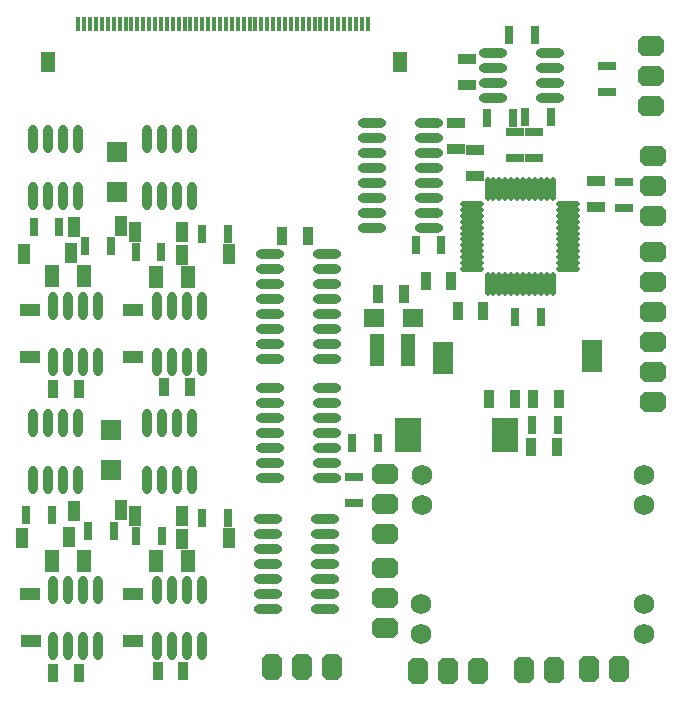
<source format=gts>
G04*
G04 #@! TF.GenerationSoftware,Altium Limited,Altium Designer,24.10.1 (45)*
G04*
G04 Layer_Color=8388736*
%FSLAX44Y44*%
%MOMM*%
G71*
G04*
G04 #@! TF.SameCoordinates,C031E789-135E-4793-A04E-BF888AAD087F*
G04*
G04*
G04 #@! TF.FilePolarity,Negative*
G04*
G01*
G75*
%ADD37R,1.6032X0.9032*%
%ADD38R,1.2032X1.7032*%
%ADD39R,0.4532X1.2032*%
%ADD40R,1.7272X2.7432*%
%ADD41O,0.5032X2.0032*%
%ADD42O,2.0032X0.5032*%
%ADD43O,2.4032X0.8032*%
%ADD44R,0.8032X1.6032*%
%ADD45R,1.6032X0.8032*%
%ADD46R,1.3032X2.8032*%
%ADD47R,0.9032X1.6032*%
%ADD48R,1.7032X1.6232*%
%ADD49R,2.2032X3.0032*%
%ADD50R,1.3032X1.9032*%
%ADD51R,1.7272X1.0032*%
%ADD52R,1.0032X1.7272*%
%ADD53R,1.7272X1.7272*%
%ADD54O,0.8032X2.4032*%
G04:AMPARAMS|DCode=55|XSize=2.2352mm|YSize=1.7272mm|CornerRadius=0mm|HoleSize=0mm|Usage=FLASHONLY|Rotation=90.000|XOffset=0mm|YOffset=0mm|HoleType=Round|Shape=Octagon|*
%AMOCTAGOND55*
4,1,8,0.4318,1.1176,-0.4318,1.1176,-0.8636,0.6858,-0.8636,-0.6858,-0.4318,-1.1176,0.4318,-1.1176,0.8636,-0.6858,0.8636,0.6858,0.4318,1.1176,0.0*
%
%ADD55OCTAGOND55*%

%ADD56C,1.7272*%
G04:AMPARAMS|DCode=57|XSize=2.2352mm|YSize=1.7272mm|CornerRadius=0mm|HoleSize=0mm|Usage=FLASHONLY|Rotation=180.000|XOffset=0mm|YOffset=0mm|HoleType=Round|Shape=Octagon|*
%AMOCTAGOND57*
4,1,8,-1.1176,0.4318,-1.1176,-0.4318,-0.6858,-0.8636,0.6858,-0.8636,1.1176,-0.4318,1.1176,0.4318,0.6858,0.8636,-0.6858,0.8636,-1.1176,0.4318,0.0*
%
%ADD57OCTAGOND57*%

D37*
X384500Y-116344D02*
D03*
Y-94500D02*
D03*
X400000Y-117078D02*
D03*
Y-138922D02*
D03*
X502500Y-165422D02*
D03*
Y-143578D02*
D03*
X394000Y-40578D02*
D03*
Y-62422D02*
D03*
D38*
X336500Y-42500D02*
D03*
X38500D02*
D03*
D39*
X64500Y-10500D02*
D03*
X69500D02*
D03*
X74500D02*
D03*
X79500D02*
D03*
X84500D02*
D03*
X89500D02*
D03*
X94500D02*
D03*
X99500D02*
D03*
X104500D02*
D03*
X109500D02*
D03*
X114500D02*
D03*
X119500D02*
D03*
X124500D02*
D03*
X129500D02*
D03*
X134500D02*
D03*
X139500D02*
D03*
X144500D02*
D03*
X149500D02*
D03*
X154500D02*
D03*
X159500D02*
D03*
X164500D02*
D03*
X169500D02*
D03*
X174500D02*
D03*
X179500D02*
D03*
X184500D02*
D03*
X189500D02*
D03*
X194500D02*
D03*
X199500D02*
D03*
X204500D02*
D03*
X209500D02*
D03*
X214500D02*
D03*
X219500D02*
D03*
X224500D02*
D03*
X229500D02*
D03*
X234500D02*
D03*
X239500D02*
D03*
X244500D02*
D03*
X249500D02*
D03*
X254500D02*
D03*
X259500D02*
D03*
X264500D02*
D03*
X269500D02*
D03*
X274500D02*
D03*
X279500D02*
D03*
X284500D02*
D03*
X289500D02*
D03*
X294500D02*
D03*
X299500D02*
D03*
X304500D02*
D03*
X309500D02*
D03*
D40*
X373500Y-293500D02*
D03*
X499254Y-291502D02*
D03*
D41*
X411000Y-231000D02*
D03*
X416000D02*
D03*
X421000D02*
D03*
X426000D02*
D03*
X431000D02*
D03*
X436000D02*
D03*
X441000D02*
D03*
X446000D02*
D03*
X451000D02*
D03*
X456000D02*
D03*
X461000D02*
D03*
X466000D02*
D03*
Y-150000D02*
D03*
X461000D02*
D03*
X456000D02*
D03*
X451000D02*
D03*
X446000D02*
D03*
X441000D02*
D03*
X436000D02*
D03*
X431000D02*
D03*
X426000D02*
D03*
X421000D02*
D03*
X416000D02*
D03*
X411000D02*
D03*
D42*
X479000Y-218000D02*
D03*
Y-213000D02*
D03*
Y-208000D02*
D03*
Y-203000D02*
D03*
Y-198000D02*
D03*
Y-193000D02*
D03*
Y-188000D02*
D03*
Y-183000D02*
D03*
Y-178000D02*
D03*
Y-173000D02*
D03*
Y-168000D02*
D03*
Y-163000D02*
D03*
X398000D02*
D03*
Y-168000D02*
D03*
Y-173000D02*
D03*
Y-178000D02*
D03*
Y-183000D02*
D03*
Y-188000D02*
D03*
Y-193000D02*
D03*
Y-198000D02*
D03*
Y-203000D02*
D03*
Y-208000D02*
D03*
Y-213000D02*
D03*
Y-218000D02*
D03*
D43*
X225500Y-429400D02*
D03*
Y-442100D02*
D03*
Y-454800D02*
D03*
Y-467500D02*
D03*
Y-480200D02*
D03*
Y-492900D02*
D03*
Y-505600D02*
D03*
X273500Y-429400D02*
D03*
Y-442100D02*
D03*
Y-454800D02*
D03*
Y-467500D02*
D03*
Y-480200D02*
D03*
Y-492900D02*
D03*
Y-505600D02*
D03*
X227000Y-205550D02*
D03*
Y-218250D02*
D03*
Y-230950D02*
D03*
Y-243650D02*
D03*
Y-256350D02*
D03*
Y-269050D02*
D03*
Y-281750D02*
D03*
Y-294450D02*
D03*
X275000Y-205550D02*
D03*
Y-218250D02*
D03*
Y-230950D02*
D03*
Y-243650D02*
D03*
Y-256350D02*
D03*
Y-269050D02*
D03*
Y-281750D02*
D03*
Y-294450D02*
D03*
X415500Y-35500D02*
D03*
Y-48200D02*
D03*
Y-60900D02*
D03*
Y-73600D02*
D03*
X463500Y-35500D02*
D03*
Y-48200D02*
D03*
Y-60900D02*
D03*
Y-73600D02*
D03*
X361500Y-182950D02*
D03*
Y-170250D02*
D03*
Y-157550D02*
D03*
Y-144850D02*
D03*
Y-132150D02*
D03*
Y-119450D02*
D03*
Y-106750D02*
D03*
Y-94050D02*
D03*
X313500Y-182950D02*
D03*
Y-170250D02*
D03*
Y-157550D02*
D03*
Y-144850D02*
D03*
Y-132150D02*
D03*
Y-119450D02*
D03*
Y-106750D02*
D03*
Y-94050D02*
D03*
X275000Y-395100D02*
D03*
Y-382400D02*
D03*
Y-369700D02*
D03*
Y-357000D02*
D03*
Y-344300D02*
D03*
Y-331600D02*
D03*
Y-318900D02*
D03*
X227000Y-395100D02*
D03*
Y-382400D02*
D03*
Y-369700D02*
D03*
Y-357000D02*
D03*
Y-344300D02*
D03*
Y-331600D02*
D03*
Y-318900D02*
D03*
D44*
X470422Y-350000D02*
D03*
X448578D02*
D03*
X296078Y-365500D02*
D03*
X317922D02*
D03*
X456000Y-258500D02*
D03*
X434156D02*
D03*
X371922Y-197500D02*
D03*
X350078D02*
D03*
X410578Y-90000D02*
D03*
X432422D02*
D03*
X451422Y-20000D02*
D03*
X429578D02*
D03*
X134991Y-444372D02*
D03*
X113147D02*
D03*
X20078Y-426500D02*
D03*
X41922D02*
D03*
X190991Y-428501D02*
D03*
X169147D02*
D03*
X94844Y-439500D02*
D03*
X73000D02*
D03*
X134922Y-203872D02*
D03*
X113078D02*
D03*
X26578Y-182500D02*
D03*
X48422D02*
D03*
X190922Y-187999D02*
D03*
X169078D02*
D03*
X91922Y-198872D02*
D03*
X70078D02*
D03*
X443078Y-89500D02*
D03*
X464922D02*
D03*
D45*
X298000Y-416344D02*
D03*
Y-394500D02*
D03*
X526500Y-166344D02*
D03*
Y-144500D02*
D03*
X434000Y-123922D02*
D03*
Y-102078D02*
D03*
X450000Y-102078D02*
D03*
Y-123922D02*
D03*
X512500Y-68422D02*
D03*
Y-46578D02*
D03*
D46*
X317000Y-286500D02*
D03*
X344000D02*
D03*
D47*
X318578Y-239500D02*
D03*
X340422D02*
D03*
X469422Y-368500D02*
D03*
X447578D02*
D03*
X385578Y-253500D02*
D03*
X407422D02*
D03*
X449500Y-328500D02*
D03*
X471344D02*
D03*
X237078Y-190000D02*
D03*
X258922D02*
D03*
X43327Y-560250D02*
D03*
X65171D02*
D03*
X131656Y-558500D02*
D03*
X153500D02*
D03*
X43258Y-319749D02*
D03*
X65102D02*
D03*
X137078Y-318000D02*
D03*
X158922D02*
D03*
X412578Y-328500D02*
D03*
X434422D02*
D03*
X358578Y-228000D02*
D03*
X380422D02*
D03*
D48*
X315200Y-259500D02*
D03*
X347800D02*
D03*
D49*
X425500Y-358500D02*
D03*
X343500D02*
D03*
D50*
X42219Y-465500D02*
D03*
X69219D02*
D03*
X130569Y-465500D02*
D03*
X157569D02*
D03*
X42000Y-224000D02*
D03*
X69000D02*
D03*
X130499Y-225000D02*
D03*
X157500D02*
D03*
D51*
X23569Y-493000D02*
D03*
X24069Y-533000D02*
D03*
X110569Y-493000D02*
D03*
X111069Y-533000D02*
D03*
X23500Y-252500D02*
D03*
X24000Y-292500D02*
D03*
X110500Y-252500D02*
D03*
X111000Y-292500D02*
D03*
D52*
X152569Y-426872D02*
D03*
X112569Y-427373D02*
D03*
X57000Y-445000D02*
D03*
X17000Y-445500D02*
D03*
X192069Y-446000D02*
D03*
X152069Y-446501D02*
D03*
X60569Y-422873D02*
D03*
X100569Y-422372D02*
D03*
X152500Y-186372D02*
D03*
X112500Y-186872D02*
D03*
X58500Y-204500D02*
D03*
X18500Y-205000D02*
D03*
X192000Y-205500D02*
D03*
X152000Y-206000D02*
D03*
X60500Y-182372D02*
D03*
X100500Y-181872D02*
D03*
D53*
X92069Y-354356D02*
D03*
Y-388646D02*
D03*
X97500Y-118855D02*
D03*
Y-153145D02*
D03*
D54*
X64119Y-348500D02*
D03*
X51419D02*
D03*
X38719D02*
D03*
X26019D02*
D03*
X64119Y-396501D02*
D03*
X51419D02*
D03*
X38719D02*
D03*
X26019D02*
D03*
X161119Y-348500D02*
D03*
X148419D02*
D03*
X135719D02*
D03*
X123019D02*
D03*
X161119Y-396501D02*
D03*
X148419D02*
D03*
X135719D02*
D03*
X123019D02*
D03*
X81119Y-489500D02*
D03*
X68419D02*
D03*
X55719D02*
D03*
X43019D02*
D03*
X81119Y-537501D02*
D03*
X68419D02*
D03*
X55719D02*
D03*
X43019D02*
D03*
X169469Y-489501D02*
D03*
X156769D02*
D03*
X144069D02*
D03*
X131369D02*
D03*
X169469Y-537501D02*
D03*
X156769D02*
D03*
X144069D02*
D03*
X131369D02*
D03*
X64050Y-108000D02*
D03*
X51350D02*
D03*
X38650D02*
D03*
X25950D02*
D03*
X64050Y-156000D02*
D03*
X51350D02*
D03*
X38650D02*
D03*
X25950D02*
D03*
X161050Y-108000D02*
D03*
X148350D02*
D03*
X135650D02*
D03*
X122950D02*
D03*
X161050Y-156000D02*
D03*
X148350D02*
D03*
X135650D02*
D03*
X122950D02*
D03*
X81050Y-249000D02*
D03*
X68350D02*
D03*
X55650D02*
D03*
X42950D02*
D03*
X81050Y-296999D02*
D03*
X68350D02*
D03*
X55650D02*
D03*
X42950D02*
D03*
X169400Y-249000D02*
D03*
X156700D02*
D03*
X144000D02*
D03*
X131300D02*
D03*
X169400Y-297001D02*
D03*
X156700D02*
D03*
X144000D02*
D03*
X131300D02*
D03*
D55*
X467000Y-557500D02*
D03*
X441600D02*
D03*
X496600Y-557000D02*
D03*
X522000D02*
D03*
X228600Y-555000D02*
D03*
X254000D02*
D03*
X279400D02*
D03*
X402900Y-558500D02*
D03*
X377500D02*
D03*
X352100D02*
D03*
D56*
X543714Y-417500D02*
D03*
Y-392100D02*
D03*
X543206Y-527228D02*
D03*
Y-501828D02*
D03*
X354992D02*
D03*
Y-527228D02*
D03*
X355500Y-392100D02*
D03*
Y-417500D02*
D03*
D57*
X324000Y-442500D02*
D03*
Y-417100D02*
D03*
Y-391700D02*
D03*
X551500Y-330500D02*
D03*
Y-305100D02*
D03*
Y-279700D02*
D03*
Y-254300D02*
D03*
Y-228900D02*
D03*
Y-203500D02*
D03*
X324500Y-471500D02*
D03*
Y-496900D02*
D03*
Y-522300D02*
D03*
X549500Y-29500D02*
D03*
Y-54900D02*
D03*
Y-80300D02*
D03*
X551500Y-172900D02*
D03*
Y-147500D02*
D03*
Y-122100D02*
D03*
M02*

</source>
